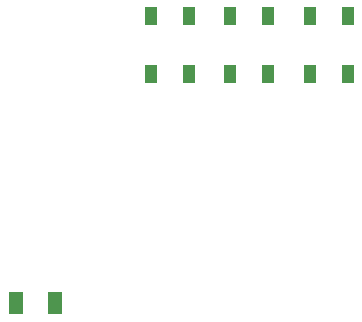
<source format=gbr>
%TF.GenerationSoftware,KiCad,Pcbnew,(5.1.10-1-10_14)*%
%TF.CreationDate,2021-07-05T16:23:29+02:00*%
%TF.ProjectId,cablebot_controller,6361626c-6562-46f7-945f-636f6e74726f,rev?*%
%TF.SameCoordinates,Original*%
%TF.FileFunction,Paste,Top*%
%TF.FilePolarity,Positive*%
%FSLAX46Y46*%
G04 Gerber Fmt 4.6, Leading zero omitted, Abs format (unit mm)*
G04 Created by KiCad (PCBNEW (5.1.10-1-10_14)) date 2021-07-05 16:23:29*
%MOMM*%
%LPD*%
G01*
G04 APERTURE LIST*
%ADD10R,1.000000X1.500000*%
%ADD11R,1.270000X1.905000*%
G04 APERTURE END LIST*
D10*
%TO.C,D3*%
X159325000Y-59425000D03*
X162525000Y-59425000D03*
X159325000Y-54525000D03*
X162525000Y-54525000D03*
%TD*%
%TO.C,D2*%
X152587500Y-59425000D03*
X155787500Y-59425000D03*
X152587500Y-54525000D03*
X155787500Y-54525000D03*
%TD*%
D11*
%TO.C,R1*%
X134449000Y-78800000D03*
X137751000Y-78800000D03*
%TD*%
D10*
%TO.C,D1*%
X145850000Y-59425000D03*
X149050000Y-59425000D03*
X145850000Y-54525000D03*
X149050000Y-54525000D03*
%TD*%
M02*

</source>
